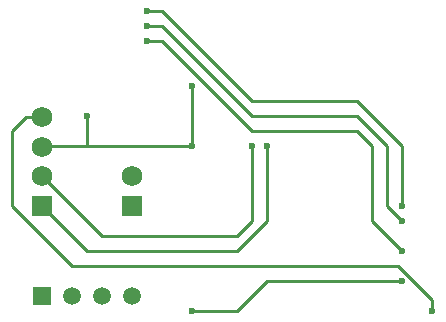
<source format=gbr>
%TF.GenerationSoftware,KiCad,Pcbnew,5.1.10-5.1.10*%
%TF.CreationDate,2021-10-01T00:30:02+02:00*%
%TF.ProjectId,ESP-Logger-HW,4553502d-4c6f-4676-9765-722d48572e6b,rev?*%
%TF.SameCoordinates,Original*%
%TF.FileFunction,Copper,L2,Bot*%
%TF.FilePolarity,Positive*%
%FSLAX46Y46*%
G04 Gerber Fmt 4.6, Leading zero omitted, Abs format (unit mm)*
G04 Created by KiCad (PCBNEW 5.1.10-5.1.10) date 2021-10-01 00:30:02*
%MOMM*%
%LPD*%
G01*
G04 APERTURE LIST*
%TA.AperFunction,ComponentPad*%
%ADD10R,1.500000X1.500000*%
%TD*%
%TA.AperFunction,ComponentPad*%
%ADD11C,1.500000*%
%TD*%
%TA.AperFunction,ComponentPad*%
%ADD12C,1.750000*%
%TD*%
%TA.AperFunction,ComponentPad*%
%ADD13R,1.750000X1.750000*%
%TD*%
%TA.AperFunction,ViaPad*%
%ADD14C,0.600000*%
%TD*%
%TA.AperFunction,Conductor*%
%ADD15C,0.250000*%
%TD*%
G04 APERTURE END LIST*
D10*
%TO.P,DHT1,1*%
%TO.N,VCC*%
X24130000Y-45720000D03*
D11*
%TO.P,DHT1,2*%
%TO.N,Net-(DHT1-Pad2)*%
X26670000Y-45720000D03*
%TO.P,DHT1,3*%
%TO.N,Net-(DHT1-Pad3)*%
X29210000Y-45720000D03*
%TO.P,DHT1,4*%
%TO.N,GND*%
X31750000Y-45720000D03*
%TD*%
D12*
%TO.P,J1,4*%
%TO.N,Net-(ESP1-Pad25)*%
X24130000Y-30600000D03*
%TO.P,J1,3*%
%TO.N,Net-(C3-Pad1)*%
X24130000Y-33100000D03*
%TO.P,J1,2*%
%TO.N,Net-(ESP1-Pad35)*%
X24130000Y-35600000D03*
D13*
%TO.P,J1,1*%
%TO.N,Net-(ESP1-Pad34)*%
X24130000Y-38100000D03*
%TD*%
D12*
%TO.P,J2,2*%
%TO.N,VCC*%
X31750000Y-35600000D03*
D13*
%TO.P,J2,1*%
%TO.N,GND*%
X31750000Y-38100000D03*
%TD*%
D14*
%TO.N,Net-(DHT1-Pad2)*%
X36830000Y-46990000D03*
X54610000Y-44450000D03*
%TO.N,Net-(ESP1-Pad35)*%
X41910000Y-33020000D03*
%TO.N,Net-(ESP1-Pad34)*%
X43180000Y-33020000D03*
%TO.N,Net-(D1-Pad2)*%
X33020000Y-21590000D03*
X54610000Y-38100000D03*
%TO.N,Net-(D2-Pad2)*%
X33020000Y-22860000D03*
X54610000Y-39370000D03*
%TO.N,Net-(D3-Pad2)*%
X33020000Y-24130000D03*
X54610000Y-41910000D03*
%TO.N,Net-(C3-Pad1)*%
X36830000Y-33020000D03*
X36830000Y-27940000D03*
X27940000Y-30480000D03*
%TO.N,Net-(ESP1-Pad25)*%
X57150000Y-46990000D03*
%TD*%
D15*
%TO.N,Net-(DHT1-Pad2)*%
X36830000Y-46990000D02*
X40640000Y-46990000D01*
X43180000Y-44450000D02*
X54610000Y-44450000D01*
X40640000Y-46990000D02*
X43180000Y-44450000D01*
%TO.N,Net-(ESP1-Pad35)*%
X24130000Y-35600000D02*
X29170000Y-40640000D01*
X29170000Y-40640000D02*
X35560000Y-40640000D01*
X35560000Y-40640000D02*
X40640000Y-40640000D01*
X41910000Y-39370000D02*
X41910000Y-33020000D01*
X40640000Y-40640000D02*
X41910000Y-39370000D01*
%TO.N,Net-(ESP1-Pad34)*%
X24130000Y-38100000D02*
X27940000Y-41910000D01*
X27940000Y-41910000D02*
X40640000Y-41910000D01*
X40640000Y-41910000D02*
X43180000Y-39370000D01*
X43180000Y-39370000D02*
X43180000Y-33020000D01*
%TO.N,Net-(D1-Pad2)*%
X33020000Y-21590000D02*
X34290000Y-21590000D01*
X34290000Y-21590000D02*
X38100000Y-25400000D01*
X38100000Y-25400000D02*
X41910000Y-29210000D01*
X41910000Y-29210000D02*
X50800000Y-29210000D01*
X50800000Y-29210000D02*
X54610000Y-33020000D01*
X54610000Y-33020000D02*
X54610000Y-38100000D01*
%TO.N,Net-(D2-Pad2)*%
X33020000Y-22860000D02*
X34290000Y-22860000D01*
X34290000Y-22860000D02*
X41910000Y-30480000D01*
X41910000Y-30480000D02*
X50800000Y-30480000D01*
X50800000Y-30480000D02*
X53340000Y-33020000D01*
X53340000Y-33020000D02*
X53340000Y-38100000D01*
X53340000Y-38100000D02*
X54610000Y-39370000D01*
%TO.N,Net-(D3-Pad2)*%
X33020000Y-24130000D02*
X34290000Y-24130000D01*
X34290000Y-24130000D02*
X41910000Y-31750000D01*
X41910000Y-31750000D02*
X50800000Y-31750000D01*
X50800000Y-31750000D02*
X52070000Y-33020000D01*
X52070000Y-33020000D02*
X52070000Y-39370000D01*
X52070000Y-39370000D02*
X54610000Y-41910000D01*
%TO.N,Net-(C3-Pad1)*%
X24210000Y-33020000D02*
X24130000Y-33100000D01*
X36830000Y-33020000D02*
X36830000Y-27940000D01*
X27940000Y-30480000D02*
X27940000Y-33020000D01*
X27940000Y-33020000D02*
X24210000Y-33020000D01*
X36830000Y-33020000D02*
X27940000Y-33020000D01*
%TO.N,Net-(ESP1-Pad25)*%
X57150000Y-46064998D02*
X54265002Y-43180000D01*
X57150000Y-46990000D02*
X57150000Y-46064998D01*
X54265002Y-43180000D02*
X26670000Y-43180000D01*
X26670000Y-43180000D02*
X21590000Y-38100000D01*
X21590000Y-38100000D02*
X21590000Y-31750000D01*
X22740000Y-30600000D02*
X24130000Y-30600000D01*
X21590000Y-31750000D02*
X22740000Y-30600000D01*
%TD*%
M02*

</source>
